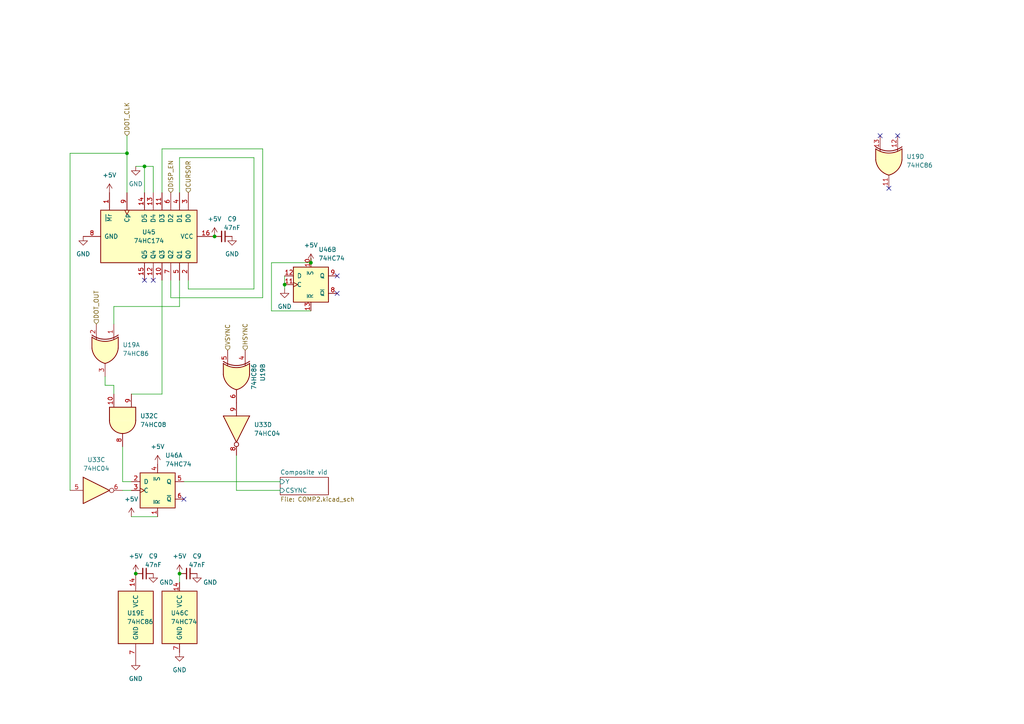
<source format=kicad_sch>
(kicad_sch (version 20230121) (generator eeschema)
  (paper "A4")
  (lib_symbols
    (symbol "74xx:74HC74" (pin_names (offset 1.016))
      (property "Reference" "U" (at -7.62 8.89 0))
      (property "Value" "74HC74" (at -7.62 -8.89 0))
      (symbol "74HC74_1_0"
        (pin input line (at 0 -7.62 90) (length 2.54) (name "~{R}") (number "1"))
        (pin input line (at -7.62 2.54 0) (length 2.54) (name "D") (number "2"))
        (pin input clock (at -7.62 0 0) (length 2.54) (name "C") (number "3"))
        (pin input line (at 0 7.62 270) (length 2.54) (name "~{S}") (number "4"))
        (pin output line (at 7.62 2.54 180) (length 2.54) (name "Q") (number "5"))
        (pin output line (at 7.62 -2.54 180) (length 2.54) (name "~{Q}") (number "6"))
      )
      (symbol "74HC74_1_1"
        (rectangle (start -5.08 5.08) (end 5.08 -5.08) (stroke (width 0.254)) (fill (type background)))
      )
      (symbol "74HC74_2_0"
        (pin input line (at 0 7.62 270) (length 2.54) (name "~{S}") (number "10"))
        (pin input clock (at -7.62 0 0) (length 2.54) (name "C") (number "11"))
        (pin input line (at -7.62 2.54 0) (length 2.54) (name "D") (number "12"))
        (pin input line (at 0 -7.62 90) (length 2.54) (name "~{R}") (number "13"))
        (pin output line (at 7.62 -2.54 180) (length 2.54) (name "~{Q}") (number "8"))
        (pin output line (at 7.62 2.54 180) (length 2.54) (name "Q") (number "9"))
      )
      (symbol "74HC74_2_1"
        (rectangle (start -5.08 5.08) (end 5.08 -5.08) (stroke (width 0.254)) (fill (type background)))
      )
      (symbol "74HC74_3_0"
        (pin power_in line (at 0 10.16 270) (length 2.54) (name "VCC") (number "14"))
        (pin power_in line (at 0 -10.16 90) (length 2.54) (name "GND") (number "7"))
      )
      (symbol "74HC74_3_1"
        (rectangle (start -5.08 7.62) (end 5.08 -7.62) (stroke (width 0.254)) (fill (type background)))
      )
    )
    (symbol "74xx:74LS04"
      (property "Reference" "U" (at 0 1.27 0))
      (property "Value" "74LS04" (at 0 -1.27 0))
      (symbol "74LS04_1_0"
        (polyline (pts (xy -3.81 3.81) (xy -3.81 -3.81) (xy 3.81 0) (xy -3.81 3.81)) (stroke (width 0.254)) (fill (type background)))
        (pin input line (at -7.62 0 0) (length 3.81) (name "~") (number "1"))
        (pin output inverted (at 7.62 0 180) (length 3.81) (name "~") (number "2"))
      )
      (symbol "74LS04_2_0"
        (polyline (pts (xy -3.81 3.81) (xy -3.81 -3.81) (xy 3.81 0) (xy -3.81 3.81)) (stroke (width 0.254)) (fill (type background)))
        (pin input line (at -7.62 0 0) (length 3.81) (name "~") (number "3"))
        (pin output inverted (at 7.62 0 180) (length 3.81) (name "~") (number "4"))
      )
      (symbol "74LS04_3_0"
        (polyline (pts (xy -3.81 3.81) (xy -3.81 -3.81) (xy 3.81 0) (xy -3.81 3.81)) (stroke (width 0.254)) (fill (type background)))
        (pin input line (at -7.62 0 0) (length 3.81) (name "~") (number "5"))
        (pin output inverted (at 7.62 0 180) (length 3.81) (name "~") (number "6"))
      )
      (symbol "74LS04_4_0"
        (polyline (pts (xy -3.81 3.81) (xy -3.81 -3.81) (xy 3.81 0) (xy -3.81 3.81)) (stroke (width 0.254)) (fill (type background)))
        (pin output inverted (at 7.62 0 180) (length 3.81) (name "~") (number "8"))
        (pin input line (at -7.62 0 0) (length 3.81) (name "~") (number "9"))
      )
      (symbol "74LS04_5_0"
        (polyline (pts (xy -3.81 3.81) (xy -3.81 -3.81) (xy 3.81 0) (xy -3.81 3.81)) (stroke (width 0.254)) (fill (type background)))
        (pin output inverted (at 7.62 0 180) (length 3.81) (name "~") (number "10"))
        (pin input line (at -7.62 0 0) (length 3.81) (name "~") (number "11"))
      )
      (symbol "74LS04_6_0"
        (polyline (pts (xy -3.81 3.81) (xy -3.81 -3.81) (xy 3.81 0) (xy -3.81 3.81)) (stroke (width 0.254)) (fill (type background)))
        (pin output inverted (at 7.62 0 180) (length 3.81) (name "~") (number "12"))
        (pin input line (at -7.62 0 0) (length 3.81) (name "~") (number "13"))
      )
      (symbol "74LS04_7_0"
        (pin power_in line (at 0 12.7 270) (length 5.08) (name "VCC") (number "14"))
        (pin power_in line (at 0 -12.7 90) (length 5.08) (name "GND") (number "7"))
      )
      (symbol "74LS04_7_1"
        (rectangle (start -5.08 7.62) (end 5.08 -7.62) (stroke (width 0.254)) (fill (type background)))
      )
    )
    (symbol "74xx:74LS08" (pin_names (offset 1.016))
      (property "Reference" "U" (at 0 1.27 0))
      (property "Value" "74LS08" (at 0 -1.27 0))
      (symbol "74LS08_1_1"
        (arc (start 0 -3.81) (mid 3.7934 0) (end 0 3.81) (stroke (width 0.254)) (fill (type background)))
        (polyline (pts (xy 0 3.81) (xy -3.81 3.81) (xy -3.81 -3.81) (xy 0 -3.81)) (stroke (width 0.254)) (fill (type background)))
        (pin input line (at -7.62 2.54 0) (length 3.81) (name "~") (number "1"))
        (pin input line (at -7.62 -2.54 0) (length 3.81) (name "~") (number "2"))
        (pin output line (at 7.62 0 180) (length 3.81) (name "~") (number "3"))
      )
      (symbol "74LS08_1_2"
        (arc (start -3.81 -3.81) (mid -2.589 0) (end -3.81 3.81) (stroke (width 0.254)))
        (arc (start -0.6096 -3.81) (mid 2.1842 -2.5851) (end 3.81 0) (stroke (width 0.254)) (fill (type background)))
        (polyline (pts (xy -3.81 -3.81) (xy -0.635 -3.81)) (stroke (width 0.254)) (fill (type background)))
        (polyline (pts (xy -3.81 3.81) (xy -0.635 3.81)) (stroke (width 0.254)) (fill (type background)))
        (polyline (pts (xy -0.635 3.81) (xy -3.81 3.81) (xy -3.81 3.81) (xy -3.556 3.4036) (xy -3.0226 2.2606) (xy -2.6924 1.0414) (xy -2.6162 -0.254) (xy -2.7686 -1.4986) (xy -3.175 -2.7178) (xy -3.81 -3.81) (xy -3.81 -3.81) (xy -0.635 -3.81)) (stroke (width -25.4)) (fill (type background)))
        (arc (start 3.81 0) (mid 2.1915 2.5936) (end -0.6096 3.81) (stroke (width 0.254)) (fill (type background)))
        (pin input inverted (at -7.62 2.54 0) (length 4.318) (name "~") (number "1"))
        (pin input inverted (at -7.62 -2.54 0) (length 4.318) (name "~") (number "2"))
        (pin output inverted (at 7.62 0 180) (length 3.81) (name "~") (number "3"))
      )
      (symbol "74LS08_2_1"
        (arc (start 0 -3.81) (mid 3.7934 0) (end 0 3.81) (stroke (width 0.254)) (fill (type background)))
        (polyline (pts (xy 0 3.81) (xy -3.81 3.81) (xy -3.81 -3.81) (xy 0 -3.81)) (stroke (width 0.254)) (fill (type background)))
        (pin input line (at -7.62 2.54 0) (length 3.81) (name "~") (number "4"))
        (pin input line (at -7.62 -2.54 0) (length 3.81) (name "~") (number "5"))
        (pin output line (at 7.62 0 180) (length 3.81) (name "~") (number "6"))
      )
      (symbol "74LS08_2_2"
        (arc (start -3.81 -3.81) (mid -2.589 0) (end -3.81 3.81) (stroke (width 0.254)))
        (arc (start -0.6096 -3.81) (mid 2.1842 -2.5851) (end 3.81 0) (stroke (width 0.254)) (fill (type background)))
        (polyline (pts (xy -3.81 -3.81) (xy -0.635 -3.81)) (stroke (width 0.254)) (fill (type background)))
        (polyline (pts (xy -3.81 3.81) (xy -0.635 3.81)) (stroke (width 0.254)) (fill (type background)))
        (polyline (pts (xy -0.635 3.81) (xy -3.81 3.81) (xy -3.81 3.81) (xy -3.556 3.4036) (xy -3.0226 2.2606) (xy -2.6924 1.0414) (xy -2.6162 -0.254) (xy -2.7686 -1.4986) (xy -3.175 -2.7178) (xy -3.81 -3.81) (xy -3.81 -3.81) (xy -0.635 -3.81)) (stroke (width -25.4)) (fill (type background)))
        (arc (start 3.81 0) (mid 2.1915 2.5936) (end -0.6096 3.81) (stroke (width 0.254)) (fill (type background)))
        (pin input inverted (at -7.62 2.54 0) (length 4.318) (name "~") (number "4"))
        (pin input inverted (at -7.62 -2.54 0) (length 4.318) (name "~") (number "5"))
        (pin output inverted (at 7.62 0 180) (length 3.81) (name "~") (number "6"))
      )
      (symbol "74LS08_3_1"
        (arc (start 0 -3.81) (mid 3.7934 0) (end 0 3.81) (stroke (width 0.254)) (fill (type background)))
        (polyline (pts (xy 0 3.81) (xy -3.81 3.81) (xy -3.81 -3.81) (xy 0 -3.81)) (stroke (width 0.254)) (fill (type background)))
        (pin input line (at -7.62 -2.54 0) (length 3.81) (name "~") (number "10"))
        (pin output line (at 7.62 0 180) (length 3.81) (name "~") (number "8"))
        (pin input line (at -7.62 2.54 0) (length 3.81) (name "~") (number "9"))
      )
      (symbol "74LS08_3_2"
        (arc (start -3.81 -3.81) (mid -2.589 0) (end -3.81 3.81) (stroke (width 0.254)))
        (arc (start -0.6096 -3.81) (mid 2.1842 -2.5851) (end 3.81 0) (stroke (width 0.254)) (fill (type background)))
        (polyline (pts (xy -3.81 -3.81) (xy -0.635 -3.81)) (stroke (width 0.254)) (fill (type background)))
        (polyline (pts (xy -3.81 3.81) (xy -0.635 3.81)) (stroke (width 0.254)) (fill (type background)))
        (polyline (pts (xy -0.635 3.81) (xy -3.81 3.81) (xy -3.81 3.81) (xy -3.556 3.4036) (xy -3.0226 2.2606) (xy -2.6924 1.0414) (xy -2.6162 -0.254) (xy -2.7686 -1.4986) (xy -3.175 -2.7178) (xy -3.81 -3.81) (xy -3.81 -3.81) (xy -0.635 -3.81)) (stroke (width -25.4)) (fill (type background)))
        (arc (start 3.81 0) (mid 2.1915 2.5936) (end -0.6096 3.81) (stroke (width 0.254)) (fill (type background)))
        (pin input inverted (at -7.62 -2.54 0) (length 4.318) (name "~") (number "10"))
        (pin output inverted (at 7.62 0 180) (length 3.81) (name "~") (number "8"))
        (pin input inverted (at -7.62 2.54 0) (length 4.318) (name "~") (number "9"))
      )
      (symbol "74LS08_4_1"
        (arc (start 0 -3.81) (mid 3.7934 0) (end 0 3.81) (stroke (width 0.254)) (fill (type background)))
        (polyline (pts (xy 0 3.81) (xy -3.81 3.81) (xy -3.81 -3.81) (xy 0 -3.81)) (stroke (width 0.254)) (fill (type background)))
        (pin output line (at 7.62 0 180) (length 3.81) (name "~") (number "11"))
        (pin input line (at -7.62 2.54 0) (length 3.81) (name "~") (number "12"))
        (pin input line (at -7.62 -2.54 0) (length 3.81) (name "~") (number "13"))
      )
      (symbol "74LS08_4_2"
        (arc (start -3.81 -3.81) (mid -2.589 0) (end -3.81 3.81) (stroke (width 0.254)))
        (arc (start -0.6096 -3.81) (mid 2.1842 -2.5851) (end 3.81 0) (stroke (width 0.254)) (fill (type background)))
        (polyline (pts (xy -3.81 -3.81) (xy -0.635 -3.81)) (stroke (width 0.254)) (fill (type background)))
        (polyline (pts (xy -3.81 3.81) (xy -0.635 3.81)) (stroke (width 0.254)) (fill (type background)))
        (polyline (pts (xy -0.635 3.81) (xy -3.81 3.81) (xy -3.81 3.81) (xy -3.556 3.4036) (xy -3.0226 2.2606) (xy -2.6924 1.0414) (xy -2.6162 -0.254) (xy -2.7686 -1.4986) (xy -3.175 -2.7178) (xy -3.81 -3.81) (xy -3.81 -3.81) (xy -0.635 -3.81)) (stroke (width -25.4)) (fill (type background)))
        (arc (start 3.81 0) (mid 2.1915 2.5936) (end -0.6096 3.81) (stroke (width 0.254)) (fill (type background)))
        (pin output inverted (at 7.62 0 180) (length 3.81) (name "~") (number "11"))
        (pin input inverted (at -7.62 2.54 0) (length 4.318) (name "~") (number "12"))
        (pin input inverted (at -7.62 -2.54 0) (length 4.318) (name "~") (number "13"))
      )
      (symbol "74LS08_5_0"
        (pin power_in line (at 0 12.7 270) (length 5.08) (name "VCC") (number "14"))
        (pin power_in line (at 0 -12.7 90) (length 5.08) (name "GND") (number "7"))
      )
      (symbol "74LS08_5_1"
        (rectangle (start -5.08 7.62) (end 5.08 -7.62) (stroke (width 0.254)) (fill (type background)))
      )
    )
    (symbol "74xx:74LS174" (pin_names (offset 1.016))
      (property "Reference" "U" (at -7.62 13.97 0))
      (property "Value" "74LS174" (at -7.62 -16.51 0))
      (symbol "74LS174_1_0"
        (pin input line (at -12.7 -12.7 0) (length 5.08) (name "~{Mr}") (number "1"))
        (pin output line (at 12.7 2.54 180) (length 5.08) (name "Q3") (number "10"))
        (pin input line (at -12.7 2.54 0) (length 5.08) (name "D3") (number "11"))
        (pin output line (at 12.7 0 180) (length 5.08) (name "Q4") (number "12"))
        (pin input line (at -12.7 0 0) (length 5.08) (name "D4") (number "13"))
        (pin input line (at -12.7 -2.54 0) (length 5.08) (name "D5") (number "14"))
        (pin output line (at 12.7 -2.54 180) (length 5.08) (name "Q5") (number "15"))
        (pin power_in line (at 0 17.78 270) (length 5.08) (name "VCC") (number "16"))
        (pin output line (at 12.7 10.16 180) (length 5.08) (name "Q0") (number "2"))
        (pin input line (at -12.7 10.16 0) (length 5.08) (name "D0") (number "3"))
        (pin input line (at -12.7 7.62 0) (length 5.08) (name "D1") (number "4"))
        (pin output line (at 12.7 7.62 180) (length 5.08) (name "Q1") (number "5"))
        (pin input line (at -12.7 5.08 0) (length 5.08) (name "D2") (number "6"))
        (pin output line (at 12.7 5.08 180) (length 5.08) (name "Q2") (number "7"))
        (pin power_in line (at 0 -20.32 90) (length 5.08) (name "GND") (number "8"))
        (pin input clock (at -12.7 -7.62 0) (length 5.08) (name "Cp") (number "9"))
      )
      (symbol "74LS174_1_1"
        (rectangle (start -7.62 12.7) (end 7.62 -15.24) (stroke (width 0.254)) (fill (type background)))
      )
    )
    (symbol "74xx:74LS86" (pin_names (offset 1.016))
      (property "Reference" "U" (at 0 1.27 0))
      (property "Value" "74LS86" (at 0 -1.27 0))
      (symbol "74LS86_1_0"
        (arc (start -4.4196 -3.81) (mid -3.2033 0) (end -4.4196 3.81) (stroke (width 0.254)))
        (arc (start -3.81 -3.81) (mid -2.589 0) (end -3.81 3.81) (stroke (width 0.254)))
        (arc (start -0.6096 -3.81) (mid 2.1842 -2.5851) (end 3.81 0) (stroke (width 0.254)) (fill (type background)))
        (polyline (pts (xy -3.81 -3.81) (xy -0.635 -3.81)) (stroke (width 0.254)) (fill (type background)))
        (polyline (pts (xy -3.81 3.81) (xy -0.635 3.81)) (stroke (width 0.254)) (fill (type background)))
        (polyline (pts (xy -0.635 3.81) (xy -3.81 3.81) (xy -3.81 3.81) (xy -3.556 3.4036) (xy -3.0226 2.2606) (xy -2.6924 1.0414) (xy -2.6162 -0.254) (xy -2.7686 -1.4986) (xy -3.175 -2.7178) (xy -3.81 -3.81) (xy -3.81 -3.81) (xy -0.635 -3.81)) (stroke (width -25.4)) (fill (type background)))
        (arc (start 3.81 0) (mid 2.1915 2.5936) (end -0.6096 3.81) (stroke (width 0.254)) (fill (type background)))
        (pin input line (at -7.62 2.54 0) (length 4.445) (name "~") (number "1"))
        (pin input line (at -7.62 -2.54 0) (length 4.445) (name "~") (number "2"))
        (pin output line (at 7.62 0 180) (length 3.81) (name "~") (number "3"))
      )
      (symbol "74LS86_1_1"
        (polyline (pts (xy -3.81 -2.54) (xy -3.175 -2.54)) (stroke (width 0.1524)))
        (polyline (pts (xy -3.81 2.54) (xy -3.175 2.54)) (stroke (width 0.1524)))
      )
      (symbol "74LS86_2_0"
        (arc (start -4.4196 -3.81) (mid -3.2033 0) (end -4.4196 3.81) (stroke (width 0.254)))
        (arc (start -3.81 -3.81) (mid -2.589 0) (end -3.81 3.81) (stroke (width 0.254)))
        (arc (start -0.6096 -3.81) (mid 2.1842 -2.5851) (end 3.81 0) (stroke (width 0.254)) (fill (type background)))
        (polyline (pts (xy -3.81 -3.81) (xy -0.635 -3.81)) (stroke (width 0.254)) (fill (type background)))
        (polyline (pts (xy -3.81 3.81) (xy -0.635 3.81)) (stroke (width 0.254)) (fill (type background)))
        (polyline (pts (xy -0.635 3.81) (xy -3.81 3.81) (xy -3.81 3.81) (xy -3.556 3.4036) (xy -3.0226 2.2606) (xy -2.6924 1.0414) (xy -2.6162 -0.254) (xy -2.7686 -1.4986) (xy -3.175 -2.7178) (xy -3.81 -3.81) (xy -3.81 -3.81) (xy -0.635 -3.81)) (stroke (width -25.4)) (fill (type background)))
        (arc (start 3.81 0) (mid 2.1915 2.5936) (end -0.6096 3.81) (stroke (width 0.254)) (fill (type background)))
        (pin input line (at -7.62 2.54 0) (length 4.445) (name "~") (number "4"))
        (pin input line (at -7.62 -2.54 0) (length 4.445) (name "~") (number "5"))
        (pin output line (at 7.62 0 180) (length 3.81) (name "~") (number "6"))
      )
      (symbol "74LS86_2_1"
        (polyline (pts (xy -3.81 -2.54) (xy -3.175 -2.54)) (stroke (width 0.1524)))
        (polyline (pts (xy -3.81 2.54) (xy -3.175 2.54)) (stroke (width 0.1524)))
      )
      (symbol "74LS86_3_0"
        (arc (start -4.4196 -3.81) (mid -3.2033 0) (end -4.4196 3.81) (stroke (width 0.254)))
        (arc (start -3.81 -3.81) (mid -2.589 0) (end -3.81 3.81) (stroke (width 0.254)))
        (arc (start -0.6096 -3.81) (mid 2.1842 -2.5851) (end 3.81 0) (stroke (width 0.254)) (fill (type background)))
        (polyline (pts (xy -3.81 -3.81) (xy -0.635 -3.81)) (stroke (width 0.254)) (fill (type background)))
        (polyline (pts (xy -3.81 3.81) (xy -0.635 3.81)) (stroke (width 0.254)) (fill (type background)))
        (polyline (pts (xy -0.635 3.81) (xy -3.81 3.81) (xy -3.81 3.81) (xy -3.556 3.4036) (xy -3.0226 2.2606) (xy -2.6924 1.0414) (xy -2.6162 -0.254) (xy -2.7686 -1.4986) (xy -3.175 -2.7178) (xy -3.81 -3.81) (xy -3.81 -3.81) (xy -0.635 -3.81)) (stroke (width -25.4)) (fill (type background)))
        (arc (start 3.81 0) (mid 2.1915 2.5936) (end -0.6096 3.81) (stroke (width 0.254)) (fill (type background)))
        (pin input line (at -7.62 -2.54 0) (length 4.445) (name "~") (number "10"))
        (pin output line (at 7.62 0 180) (length 3.81) (name "~") (number "8"))
        (pin input line (at -7.62 2.54 0) (length 4.445) (name "~") (number "9"))
      )
      (symbol "74LS86_3_1"
        (polyline (pts (xy -3.81 -2.54) (xy -3.175 -2.54)) (stroke (width 0.1524)))
        (polyline (pts (xy -3.81 2.54) (xy -3.175 2.54)) (stroke (width 0.1524)))
      )
      (symbol "74LS86_4_0"
        (arc (start -4.4196 -3.81) (mid -3.2033 0) (end -4.4196 3.81) (stroke (width 0.254)))
        (arc (start -3.81 -3.81) (mid -2.589 0) (end -3.81 3.81) (stroke (width 0.254)))
        (arc (start -0.6096 -3.81) (mid 2.1842 -2.5851) (end 3.81 0) (stroke (width 0.254)) (fill (type background)))
        (polyline (pts (xy -3.81 -3.81) (xy -0.635 -3.81)) (stroke (width 0.254)) (fill (type background)))
        (polyline (pts (xy -3.81 3.81) (xy -0.635 3.81)) (stroke (width 0.254)) (fill (type background)))
        (polyline (pts (xy -0.635 3.81) (xy -3.81 3.81) (xy -3.81 3.81) (xy -3.556 3.4036) (xy -3.0226 2.2606) (xy -2.6924 1.0414) (xy -2.6162 -0.254) (xy -2.7686 -1.4986) (xy -3.175 -2.7178) (xy -3.81 -3.81) (xy -3.81 -3.81) (xy -0.635 -3.81)) (stroke (width -25.4)) (fill (type background)))
        (arc (start 3.81 0) (mid 2.1915 2.5936) (end -0.6096 3.81) (stroke (width 0.254)) (fill (type background)))
        (pin output line (at 7.62 0 180) (length 3.81) (name "~") (number "11"))
        (pin input line (at -7.62 2.54 0) (length 4.445) (name "~") (number "12"))
        (pin input line (at -7.62 -2.54 0) (length 4.445) (name "~") (number "13"))
      )
      (symbol "74LS86_4_1"
        (polyline (pts (xy -3.81 -2.54) (xy -3.175 -2.54)) (stroke (width 0.1524)))
        (polyline (pts (xy -3.81 2.54) (xy -3.175 2.54)) (stroke (width 0.1524)))
      )
      (symbol "74LS86_5_0"
        (pin power_in line (at 0 12.7 270) (length 5.08) (name "VCC") (number "14"))
        (pin power_in line (at 0 -12.7 90) (length 5.08) (name "GND") (number "7"))
      )
      (symbol "74LS86_5_1"
        (rectangle (start -5.08 7.62) (end 5.08 -7.62) (stroke (width 0.254)) (fill (type background)))
      )
    )
    (symbol "Device:C_Small" (pin_numbers hide) (pin_names (offset 0.254) hide)
      (property "Reference" "C" (at 0.254 1.778 0))
      (property "Value" "C_Small" (at 0.254 -2.032 0))
      (symbol "C_Small_0_1"
        (polyline (pts (xy -1.524 -0.508) (xy 1.524 -0.508)) (stroke (width 0.3302)))
        (polyline (pts (xy -1.524 0.508) (xy 1.524 0.508)) (stroke (width 0.3048)))
      )
      (symbol "C_Small_1_1"
        (pin passive line (at 0 2.54 270) (length 2.032) (name "~") (number "1"))
        (pin passive line (at 0 -2.54 90) (length 2.032) (name "~") (number "2"))
      )
    )
    (symbol "power:+5V" (power) (pin_names (offset 0))
      (property "Value" "+5V" (at 0 3.556 0))
      (symbol "+5V_0_1"
        (polyline (pts (xy -0.762 1.27) (xy 0 2.54)))
        (polyline (pts (xy 0 0) (xy 0 2.54)))
        (polyline (pts (xy 0 2.54) (xy 0.762 1.27)))
      )
      (symbol "+5V_1_1"
        (pin power_in line (at 0 0 90) (length 0) hide (name "+5V") (number "1"))
      )
    )
    (symbol "power:GND" (power) (pin_names (offset 0))
      (property "Value" "GND" (at 0 -3.81 0))
      (symbol "GND_0_1"
        (polyline (pts (xy 0 0) (xy 0 -1.27) (xy 1.27 -1.27) (xy 0 -2.54) (xy -1.27 -1.27) (xy 0 -1.27)))
      )
      (symbol "GND_1_1"
        (pin power_in line (at 0 0 270) (length 0) hide (name "GND") (number "1"))
      )
    )
  )
  (junction (at 90.17 76.2))
  (junction (at 52.07 166.37))
  (junction (at 82.55 82.55))
  (junction (at 36.83 44.45))
  (junction (at 39.37 166.37))
  (junction (at 62.23 68.58))
  (junction (at 41.91 48.26))
  (no_connect (at 44.45 81.28))
  (no_connect (at 53.34 144.78))
  (no_connect (at 97.79 85.09))
  (no_connect (at 41.91 81.28))
  (no_connect (at 97.79 80.01))
  (no_connect (at 255.27 39.37))
  (no_connect (at 260.35 39.37))
  (no_connect (at 257.81 54.61))
  (wire (pts (xy 41.91 48.26) (xy 41.91 55.88)))
  (wire (pts (xy 38.1 114.3) (xy 46.99 114.3)))
  (wire (pts (xy 52.07 81.28) (xy 52.07 88.9)))
  (wire (pts (xy 20.32 44.45) (xy 20.32 142.24)))
  (wire (pts (xy 82.55 82.55) (xy 82.55 83.82)))
  (wire (pts (xy 68.58 142.24) (xy 81.28 142.24)))
  (wire (pts (xy 52.07 45.72) (xy 52.07 55.88)))
  (wire (pts (xy 73.66 45.72) (xy 52.07 45.72)))
  (wire (pts (xy 35.56 139.7) (xy 35.56 129.54)))
  (wire (pts (xy 38.1 149.86) (xy 45.72 149.86)))
  (wire (pts (xy 30.48 111.76) (xy 33.02 111.76)))
  (wire (pts (xy 52.07 88.9) (xy 33.02 88.9)))
  (wire (pts (xy 36.83 44.45) (xy 36.83 55.88)))
  (wire (pts (xy 76.2 43.18) (xy 46.99 43.18)))
  (wire (pts (xy 35.56 142.24) (xy 38.1 142.24)))
  (wire (pts (xy 36.83 39.37) (xy 36.83 44.45)))
  (wire (pts (xy 49.53 81.28) (xy 49.53 86.36)))
  (wire (pts (xy 41.91 48.26) (xy 44.45 48.26)))
  (wire (pts (xy 38.1 139.7) (xy 35.56 139.7)))
  (wire (pts (xy 36.83 44.45) (xy 20.32 44.45)))
  (wire (pts (xy 49.53 86.36) (xy 76.2 86.36)))
  (wire (pts (xy 90.17 90.17) (xy 78.74 90.17)))
  (wire (pts (xy 33.02 111.76) (xy 33.02 114.3)))
  (wire (pts (xy 39.37 48.26) (xy 41.91 48.26)))
  (wire (pts (xy 54.61 81.28) (xy 54.61 83.82)))
  (wire (pts (xy 78.74 90.17) (xy 78.74 76.2)))
  (wire (pts (xy 68.58 132.08) (xy 68.58 142.24)))
  (wire (pts (xy 30.48 109.22) (xy 30.48 111.76)))
  (wire (pts (xy 78.74 76.2) (xy 90.17 76.2)))
  (wire (pts (xy 54.61 83.82) (xy 73.66 83.82)))
  (wire (pts (xy 82.55 80.01) (xy 82.55 82.55)))
  (wire (pts (xy 44.45 48.26) (xy 44.45 55.88)))
  (wire (pts (xy 52.07 166.37) (xy 52.07 168.91)))
  (wire (pts (xy 73.66 83.82) (xy 73.66 45.72)))
  (wire (pts (xy 76.2 86.36) (xy 76.2 43.18)))
  (wire (pts (xy 53.34 139.7) (xy 81.28 139.7)))
  (wire (pts (xy 46.99 81.28) (xy 46.99 114.3)))
  (wire (pts (xy 33.02 88.9) (xy 33.02 93.98)))
  (wire (pts (xy 46.99 43.18) (xy 46.99 55.88)))
  (wire (pts (xy 90.17 74.93) (xy 90.17 76.2)))
  (hierarchical_label "HSYNC" (shape input) (at 71.12 101.6 90))
  (hierarchical_label "DOT_OUT" (shape input) (at 27.94 93.98 90))
  (hierarchical_label "VSYNC" (shape input) (at 66.04 101.6 90))
  (hierarchical_label "CURSOR" (shape input) (at 54.61 55.88 90))
  (hierarchical_label "DOT_CLK" (shape input) (at 36.83 39.37 90))
  (hierarchical_label "DISP_EN" (shape input) (at 49.53 55.88 90))
  (symbol (lib_id "74xx:74HC74") (at 90.17 82.55 0) (unit 2)
    (property "Reference" "U46" (at 92.3641 72.39 0) (effects (justify left)))
    (property "Value" "74HC74" (at 92.3641 74.93 0) (effects (justify left)))
    (property "Footprint" "Package_SO:SOIC-14_3.9x8.7mm_P1.27mm" (effects hide))
    (property "Datasheet" "74xx/74hc_hct74.pdf" (effects hide))
  )
  (symbol (lib_id "power:+5V") (at 38.1 149.86 0) (unit 1)
    (property "Reference" "#PWR081" (effects hide))
    (property "Value" "+5V" (at 38.1 144.78 0))
  )
  (symbol (lib_id "74xx:74LS86") (at 30.48 101.6 270) (unit 1)
    (property "Reference" "U19" (at 35.56 100.0252 90) (effects (justify left)))
    (property "Value" "74HC86" (at 35.56 102.5652 90) (effects (justify left)))
    (property "Footprint" "Package_SO:SOIC-14_3.9x8.7mm_P1.27mm" (effects hide))
    (property "Datasheet" "74xx/74ls86.pdf" (effects hide))
  )
  (symbol (lib_id "power:GND") (at 67.31 68.58 0) (mirror y) (unit 1)
    (property "Reference" "#PWR0128" (effects hide))
    (property "Value" "GND" (at 67.31 73.66 0))
    (instances (project "Micro" (path "" (reference "#PWR0128") (unit 1)) (path "" (reference "#PWR0153") (unit 1)) (path "" (reference "#PWR0154") (unit 1)) (path "" (reference "#PWR0157") (unit 1))))
  )
  (symbol (lib_id "Device:C_Small") (at 41.91 166.37 270) (mirror x) (unit 1)
    (property "Reference" "C9" (at 44.45 161.29 90))
    (property "Value" "47nF" (at 44.45 163.83 90))
    (property "Footprint" "Capacitor_SMD:C_0603_1608Metric_Pad1.08x0.95mm_HandSolder" (effects hide))
    (instances (project "Micro" (path "" (reference "C9") (unit 1)) (path "" (reference "C34") (unit 1)) (path "" (reference "C35") (unit 1)) (path "" (reference "C39") (unit 1))))
  )
  (symbol (lib_id "power:+5V") (at 45.72 134.62 0) (unit 1)
    (property "Reference" "#PWR080" (effects hide))
    (property "Value" "+5V" (at 45.72 129.54 0))
  )
  (symbol (lib_id "power:+5V") (at 39.37 166.37 0) (unit 1)
    (property "Reference" "#PWR086" (effects hide))
    (property "Value" "+5V" (at 39.37 161.29 0))
  )
  (symbol (lib_id "power:GND") (at 44.45 166.37 0) (mirror y) (unit 1)
    (property "Reference" "#PWR0128" (effects hide))
    (property "Value" "GND" (at 48.26 168.91 0))
    (instances (project "Micro" (path "" (reference "#PWR0128") (unit 1)) (path "" (reference "#PWR0153") (unit 1)) (path "" (reference "#PWR0154") (unit 1)) (path "" (reference "#PWR0158") (unit 1))))
  )
  (symbol (lib_id "74xx:74HC74") (at 52.07 179.07 0) (unit 3)
    (property "Reference" "U46" (at 49.53 177.8 0) (effects (justify left)))
    (property "Value" "74HC74" (at 49.53 180.34 0) (effects (justify left)))
    (property "Footprint" "Package_SO:SOIC-14_3.9x8.7mm_P1.27mm" (effects hide))
    (property "Datasheet" "74xx/74hc_hct74.pdf" (effects hide))
  )
  (symbol (lib_id "74xx:74LS86") (at 39.37 179.07 0) (unit 5)
    (property "Reference" "U19" (at 36.83 177.8 0) (effects (justify left)))
    (property "Value" "74HC86" (at 36.83 180.34 0) (effects (justify left)))
    (property "Footprint" "Package_SO:SOIC-14_3.9x8.7mm_P1.27mm" (effects hide))
    (property "Datasheet" "74xx/74ls86.pdf" (effects hide))
  )
  (symbol (lib_id "Device:C_Small") (at 54.61 166.37 270) (mirror x) (unit 1)
    (property "Reference" "C9" (at 57.15 161.29 90))
    (property "Value" "47nF" (at 57.15 163.83 90))
    (property "Footprint" "Capacitor_SMD:C_0603_1608Metric_Pad1.08x0.95mm_HandSolder" (effects hide))
    (instances (project "Micro" (path "" (reference "C9") (unit 1)) (path "" (reference "C34") (unit 1)) (path "" (reference "C35") (unit 1)) (path "" (reference "C59") (unit 1))))
  )
  (symbol (lib_id "74xx:74LS04") (at 68.58 124.46 270) (unit 4)
    (property "Reference" "U33" (at 73.66 123.19 90) (effects (justify left)))
    (property "Value" "74HC04" (at 73.66 125.73 90) (effects (justify left)))
    (property "Footprint" "Package_SO:SOIC-14_3.9x8.7mm_P1.27mm" (effects hide))
    (property "Datasheet" "http://www.ti.com/lit/gpn/sn74LS04" (effects hide))
    (instances (project "Micro" (path "" (reference "U33") (unit 4)) (path "" (reference "U32") (unit 4))))
  )
  (symbol (lib_id "74xx:74LS08") (at 35.56 121.92 270) (unit 3)
    (property "Reference" "U32" (at 40.64 120.6417 90) (effects (justify left)))
    (property "Value" "74HC08" (at 40.64 123.1817 90) (effects (justify left)))
    (property "Footprint" "Package_SO:SOIC-14_3.9x8.7mm_P1.27mm" (effects hide))
    (property "Datasheet" "http://www.ti.com/lit/gpn/sn74LS08" (effects hide))
    (instances (project "Micro" (path "" (reference "U32") (unit 3)) (path "" (reference "U29") (unit 3))))
  )
  (symbol (lib_id "power:GND") (at 57.15 166.37 0) (mirror y) (unit 1)
    (property "Reference" "#PWR0128" (effects hide))
    (property "Value" "GND" (at 60.96 168.91 0))
    (instances (project "Micro" (path "" (reference "#PWR0128") (unit 1)) (path "" (reference "#PWR0153") (unit 1)) (path "" (reference "#PWR0154") (unit 1)) (path "" (reference "#PWR0191") (unit 1))))
  )
  (symbol (lib_id "74xx:74LS04") (at 27.94 142.24 0) (unit 3)
    (property "Reference" "U33" (at 27.94 133.35 0))
    (property "Value" "74HC04" (at 27.94 135.89 0))
    (property "Footprint" "Package_SO:SOIC-14_3.9x8.7mm_P1.27mm" (effects hide))
    (property "Datasheet" "http://www.ti.com/lit/gpn/sn74LS04" (effects hide))
    (instances (project "Micro" (path "" (reference "U33") (unit 3)) (path "" (reference "U32") (unit 3))))
  )
  (symbol (lib_id "power:+5V") (at 90.17 76.2 0) (unit 1)
    (property "Reference" "#PWR085" (effects hide))
    (property "Value" "+5V" (at 90.17 71.12 0))
  )
  (symbol (lib_id "Device:C_Small") (at 64.77 68.58 270) (mirror x) (unit 1)
    (property "Reference" "C9" (at 67.31 63.5 90))
    (property "Value" "47nF" (at 67.31 66.04 90))
    (property "Footprint" "Capacitor_SMD:C_0603_1608Metric_Pad1.08x0.95mm_HandSolder" (effects hide))
    (instances (project "Micro" (path "" (reference "C9") (unit 1)) (path "" (reference "C34") (unit 1)) (path "" (reference "C35") (unit 1)) (path "" (reference "C38") (unit 1))))
  )
  (symbol (lib_id "74xx:74LS86") (at 68.58 109.22 270) (unit 2)
    (property "Reference" "U19" (at 76.2 105.41 0) (effects (justify left)))
    (property "Value" "74HC86" (at 73.66 105.41 0) (effects (justify left)))
    (property "Footprint" "Package_SO:SOIC-14_3.9x8.7mm_P1.27mm" (effects hide))
    (property "Datasheet" "74xx/74ls86.pdf" (effects hide))
  )
  (symbol (lib_id "power:GND") (at 82.55 83.82 0) (unit 1)
    (property "Reference" "#PWR084" (effects hide))
    (property "Value" "GND" (at 82.55 88.9 0))
  )
  (symbol (lib_id "74xx:74LS86") (at 257.81 46.99 270) (unit 4)
    (property "Reference" "U19" (at 262.89 45.4152 90) (effects (justify left)))
    (property "Value" "74HC86" (at 262.89 47.9552 90) (effects (justify left)))
    (property "Footprint" "Package_SO:SOIC-14_3.9x8.7mm_P1.27mm" (effects hide))
    (property "Datasheet" "74xx/74ls86.pdf" (effects hide))
  )
  (symbol (lib_id "power:+5V") (at 62.23 68.58 0) (unit 1)
    (property "Reference" "#PWR082" (effects hide))
    (property "Value" "+5V" (at 62.23 63.5 0))
  )
  (symbol (lib_id "power:+5V") (at 52.07 166.37 0) (unit 1)
    (property "Reference" "#PWR0193" (effects hide))
    (property "Value" "+5V" (at 52.07 161.29 0))
  )
  (symbol (lib_id "74xx:74LS174") (at 44.45 68.58 270) (unit 1)
    (property "Reference" "U45" (at 43.18 67.31 90))
    (property "Value" "74HC174" (at 43.18 69.85 90))
    (property "Footprint" "Package_SO:SOIC-16_3.9x9.9mm_P1.27mm" (effects hide))
    (property "Datasheet" "http://www.ti.com/lit/gpn/sn74LS174" (effects hide))
  )
  (symbol (lib_id "power:GND") (at 39.37 191.77 0) (unit 1)
    (property "Reference" "#PWR087" (effects hide))
    (property "Value" "GND" (at 39.37 196.85 0))
  )
  (symbol (lib_id "power:GND") (at 52.07 189.23 0) (unit 1)
    (property "Reference" "#PWR0192" (effects hide))
    (property "Value" "GND" (at 52.07 194.31 0))
  )
  (symbol (lib_id "power:GND") (at 39.37 48.26 0) (unit 1)
    (property "Reference" "#PWR0187" (effects hide))
    (property "Value" "GND" (at 39.37 53.34 0))
  )
  (symbol (lib_id "74xx:74HC74") (at 45.72 142.24 0) (unit 1)
    (property "Reference" "U46" (at 47.9141 132.08 0) (effects (justify left)))
    (property "Value" "74HC74" (at 47.9141 134.62 0) (effects (justify left)))
    (property "Footprint" "Package_SO:SOIC-14_3.9x8.7mm_P1.27mm" (effects hide))
    (property "Datasheet" "74xx/74hc_hct74.pdf" (effects hide))
  )
  (symbol (lib_id "power:+5V") (at 31.75 55.88 0) (unit 1)
    (property "Reference" "#PWR079" (effects hide))
    (property "Value" "+5V" (at 31.75 50.8 0))
  )
  (symbol (lib_id "power:GND") (at 24.13 68.58 0) (unit 1)
    (property "Reference" "#PWR083" (effects hide))
    (property "Value" "GND" (at 24.13 73.66 0))
  )
  (sheet (at 81.28 138.43) (size 13.97 5.08) (stroke (width 0.1524))
    (property "Sheetname" "Composite vid" (at 81.28 137.7184 0) (effects (justify left bottom)))
    (property "Sheetfile" "COMP2.kicad_sch" (at 81.28 144.0946 0) (effects (justify left top)))
    (pin "Y" input (at 81.28 139.7 180))
    (pin "CSYNC" input (at 81.28 142.24 180))
  )
)
</source>
